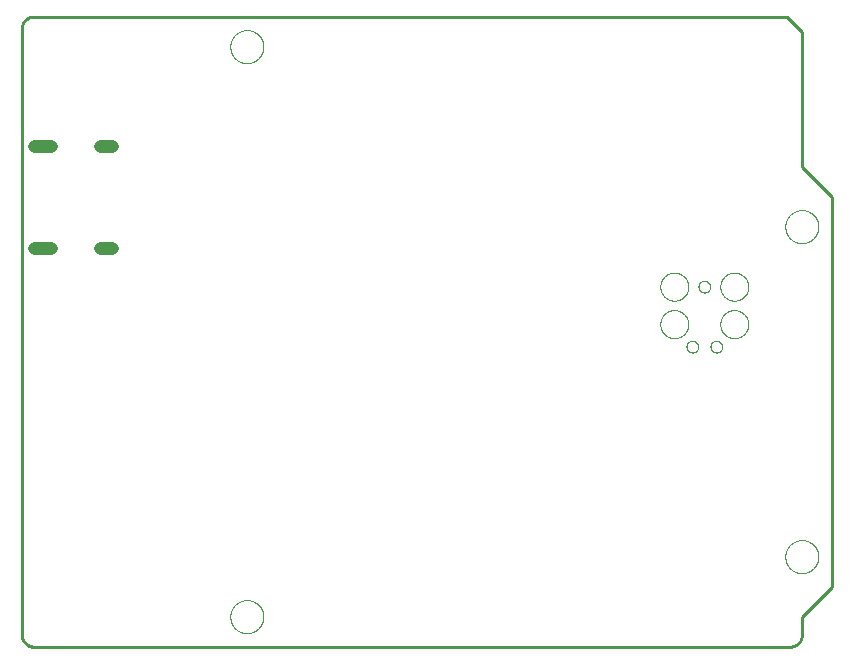
<source format=gbp>
G75*
%MOIN*%
%OFA0B0*%
%FSLAX25Y25*%
%IPPOS*%
%LPD*%
%AMOC8*
5,1,8,0,0,1.08239X$1,22.5*
%
%ADD10C,0.01000*%
%ADD11C,0.00000*%
%ADD12C,0.04331*%
D10*
X0008793Y0007187D02*
X0008793Y0209313D01*
X0008795Y0209437D01*
X0008801Y0209560D01*
X0008810Y0209684D01*
X0008824Y0209806D01*
X0008841Y0209929D01*
X0008863Y0210051D01*
X0008888Y0210172D01*
X0008917Y0210292D01*
X0008949Y0210411D01*
X0008986Y0210530D01*
X0009026Y0210647D01*
X0009069Y0210762D01*
X0009117Y0210877D01*
X0009168Y0210989D01*
X0009222Y0211100D01*
X0009280Y0211210D01*
X0009341Y0211317D01*
X0009406Y0211423D01*
X0009474Y0211526D01*
X0009545Y0211627D01*
X0009619Y0211726D01*
X0009696Y0211823D01*
X0009777Y0211917D01*
X0009860Y0212008D01*
X0009946Y0212097D01*
X0010035Y0212183D01*
X0010126Y0212266D01*
X0010220Y0212347D01*
X0010317Y0212424D01*
X0010416Y0212498D01*
X0010517Y0212569D01*
X0010620Y0212637D01*
X0010726Y0212702D01*
X0010833Y0212763D01*
X0010943Y0212821D01*
X0011054Y0212875D01*
X0011166Y0212926D01*
X0011281Y0212974D01*
X0011396Y0213017D01*
X0011513Y0213057D01*
X0011632Y0213094D01*
X0011751Y0213126D01*
X0011871Y0213155D01*
X0011992Y0213180D01*
X0012114Y0213202D01*
X0012237Y0213219D01*
X0012359Y0213233D01*
X0012483Y0213242D01*
X0012606Y0213248D01*
X0012730Y0213250D01*
X0263793Y0213250D01*
X0268793Y0208250D01*
X0268793Y0163250D01*
X0278793Y0153250D01*
X0278793Y0023250D01*
X0268793Y0013250D01*
X0268793Y0007187D01*
X0268791Y0007063D01*
X0268785Y0006940D01*
X0268776Y0006816D01*
X0268762Y0006694D01*
X0268745Y0006571D01*
X0268723Y0006449D01*
X0268698Y0006328D01*
X0268669Y0006208D01*
X0268637Y0006089D01*
X0268600Y0005970D01*
X0268560Y0005853D01*
X0268517Y0005738D01*
X0268469Y0005623D01*
X0268418Y0005511D01*
X0268364Y0005400D01*
X0268306Y0005290D01*
X0268245Y0005183D01*
X0268180Y0005077D01*
X0268112Y0004974D01*
X0268041Y0004873D01*
X0267967Y0004774D01*
X0267890Y0004677D01*
X0267809Y0004583D01*
X0267726Y0004492D01*
X0267640Y0004403D01*
X0267551Y0004317D01*
X0267460Y0004234D01*
X0267366Y0004153D01*
X0267269Y0004076D01*
X0267170Y0004002D01*
X0267069Y0003931D01*
X0266966Y0003863D01*
X0266860Y0003798D01*
X0266753Y0003737D01*
X0266643Y0003679D01*
X0266532Y0003625D01*
X0266420Y0003574D01*
X0266305Y0003526D01*
X0266190Y0003483D01*
X0266073Y0003443D01*
X0265954Y0003406D01*
X0265835Y0003374D01*
X0265715Y0003345D01*
X0265594Y0003320D01*
X0265472Y0003298D01*
X0265349Y0003281D01*
X0265227Y0003267D01*
X0265103Y0003258D01*
X0264980Y0003252D01*
X0264856Y0003250D01*
X0012730Y0003250D01*
X0012606Y0003252D01*
X0012483Y0003258D01*
X0012359Y0003267D01*
X0012237Y0003281D01*
X0012114Y0003298D01*
X0011992Y0003320D01*
X0011871Y0003345D01*
X0011751Y0003374D01*
X0011632Y0003406D01*
X0011513Y0003443D01*
X0011396Y0003483D01*
X0011281Y0003526D01*
X0011166Y0003574D01*
X0011054Y0003625D01*
X0010943Y0003679D01*
X0010833Y0003737D01*
X0010726Y0003798D01*
X0010620Y0003863D01*
X0010517Y0003931D01*
X0010416Y0004002D01*
X0010317Y0004076D01*
X0010220Y0004153D01*
X0010126Y0004234D01*
X0010035Y0004317D01*
X0009946Y0004403D01*
X0009860Y0004492D01*
X0009777Y0004583D01*
X0009696Y0004677D01*
X0009619Y0004774D01*
X0009545Y0004873D01*
X0009474Y0004974D01*
X0009406Y0005077D01*
X0009341Y0005183D01*
X0009280Y0005290D01*
X0009222Y0005400D01*
X0009168Y0005511D01*
X0009117Y0005623D01*
X0009069Y0005738D01*
X0009026Y0005853D01*
X0008986Y0005970D01*
X0008949Y0006089D01*
X0008917Y0006208D01*
X0008888Y0006328D01*
X0008863Y0006449D01*
X0008841Y0006571D01*
X0008824Y0006694D01*
X0008810Y0006816D01*
X0008801Y0006940D01*
X0008795Y0007063D01*
X0008793Y0007187D01*
D11*
X0078281Y0013250D02*
X0078283Y0013398D01*
X0078289Y0013546D01*
X0078299Y0013694D01*
X0078313Y0013841D01*
X0078331Y0013988D01*
X0078352Y0014134D01*
X0078378Y0014280D01*
X0078408Y0014425D01*
X0078441Y0014569D01*
X0078479Y0014712D01*
X0078520Y0014854D01*
X0078565Y0014995D01*
X0078613Y0015135D01*
X0078666Y0015274D01*
X0078722Y0015411D01*
X0078782Y0015546D01*
X0078845Y0015680D01*
X0078912Y0015812D01*
X0078983Y0015942D01*
X0079057Y0016070D01*
X0079134Y0016196D01*
X0079215Y0016320D01*
X0079299Y0016442D01*
X0079386Y0016561D01*
X0079477Y0016678D01*
X0079571Y0016793D01*
X0079667Y0016905D01*
X0079767Y0017015D01*
X0079869Y0017121D01*
X0079975Y0017225D01*
X0080083Y0017326D01*
X0080194Y0017424D01*
X0080307Y0017520D01*
X0080423Y0017612D01*
X0080541Y0017701D01*
X0080662Y0017786D01*
X0080785Y0017869D01*
X0080910Y0017948D01*
X0081037Y0018024D01*
X0081166Y0018096D01*
X0081297Y0018165D01*
X0081430Y0018230D01*
X0081565Y0018291D01*
X0081701Y0018349D01*
X0081838Y0018404D01*
X0081977Y0018454D01*
X0082118Y0018501D01*
X0082259Y0018544D01*
X0082402Y0018584D01*
X0082546Y0018619D01*
X0082690Y0018651D01*
X0082836Y0018678D01*
X0082982Y0018702D01*
X0083129Y0018722D01*
X0083276Y0018738D01*
X0083423Y0018750D01*
X0083571Y0018758D01*
X0083719Y0018762D01*
X0083867Y0018762D01*
X0084015Y0018758D01*
X0084163Y0018750D01*
X0084310Y0018738D01*
X0084457Y0018722D01*
X0084604Y0018702D01*
X0084750Y0018678D01*
X0084896Y0018651D01*
X0085040Y0018619D01*
X0085184Y0018584D01*
X0085327Y0018544D01*
X0085468Y0018501D01*
X0085609Y0018454D01*
X0085748Y0018404D01*
X0085885Y0018349D01*
X0086021Y0018291D01*
X0086156Y0018230D01*
X0086289Y0018165D01*
X0086420Y0018096D01*
X0086549Y0018024D01*
X0086676Y0017948D01*
X0086801Y0017869D01*
X0086924Y0017786D01*
X0087045Y0017701D01*
X0087163Y0017612D01*
X0087279Y0017520D01*
X0087392Y0017424D01*
X0087503Y0017326D01*
X0087611Y0017225D01*
X0087717Y0017121D01*
X0087819Y0017015D01*
X0087919Y0016905D01*
X0088015Y0016793D01*
X0088109Y0016678D01*
X0088200Y0016561D01*
X0088287Y0016442D01*
X0088371Y0016320D01*
X0088452Y0016196D01*
X0088529Y0016070D01*
X0088603Y0015942D01*
X0088674Y0015812D01*
X0088741Y0015680D01*
X0088804Y0015546D01*
X0088864Y0015411D01*
X0088920Y0015274D01*
X0088973Y0015135D01*
X0089021Y0014995D01*
X0089066Y0014854D01*
X0089107Y0014712D01*
X0089145Y0014569D01*
X0089178Y0014425D01*
X0089208Y0014280D01*
X0089234Y0014134D01*
X0089255Y0013988D01*
X0089273Y0013841D01*
X0089287Y0013694D01*
X0089297Y0013546D01*
X0089303Y0013398D01*
X0089305Y0013250D01*
X0089303Y0013102D01*
X0089297Y0012954D01*
X0089287Y0012806D01*
X0089273Y0012659D01*
X0089255Y0012512D01*
X0089234Y0012366D01*
X0089208Y0012220D01*
X0089178Y0012075D01*
X0089145Y0011931D01*
X0089107Y0011788D01*
X0089066Y0011646D01*
X0089021Y0011505D01*
X0088973Y0011365D01*
X0088920Y0011226D01*
X0088864Y0011089D01*
X0088804Y0010954D01*
X0088741Y0010820D01*
X0088674Y0010688D01*
X0088603Y0010558D01*
X0088529Y0010430D01*
X0088452Y0010304D01*
X0088371Y0010180D01*
X0088287Y0010058D01*
X0088200Y0009939D01*
X0088109Y0009822D01*
X0088015Y0009707D01*
X0087919Y0009595D01*
X0087819Y0009485D01*
X0087717Y0009379D01*
X0087611Y0009275D01*
X0087503Y0009174D01*
X0087392Y0009076D01*
X0087279Y0008980D01*
X0087163Y0008888D01*
X0087045Y0008799D01*
X0086924Y0008714D01*
X0086801Y0008631D01*
X0086676Y0008552D01*
X0086549Y0008476D01*
X0086420Y0008404D01*
X0086289Y0008335D01*
X0086156Y0008270D01*
X0086021Y0008209D01*
X0085885Y0008151D01*
X0085748Y0008096D01*
X0085609Y0008046D01*
X0085468Y0007999D01*
X0085327Y0007956D01*
X0085184Y0007916D01*
X0085040Y0007881D01*
X0084896Y0007849D01*
X0084750Y0007822D01*
X0084604Y0007798D01*
X0084457Y0007778D01*
X0084310Y0007762D01*
X0084163Y0007750D01*
X0084015Y0007742D01*
X0083867Y0007738D01*
X0083719Y0007738D01*
X0083571Y0007742D01*
X0083423Y0007750D01*
X0083276Y0007762D01*
X0083129Y0007778D01*
X0082982Y0007798D01*
X0082836Y0007822D01*
X0082690Y0007849D01*
X0082546Y0007881D01*
X0082402Y0007916D01*
X0082259Y0007956D01*
X0082118Y0007999D01*
X0081977Y0008046D01*
X0081838Y0008096D01*
X0081701Y0008151D01*
X0081565Y0008209D01*
X0081430Y0008270D01*
X0081297Y0008335D01*
X0081166Y0008404D01*
X0081037Y0008476D01*
X0080910Y0008552D01*
X0080785Y0008631D01*
X0080662Y0008714D01*
X0080541Y0008799D01*
X0080423Y0008888D01*
X0080307Y0008980D01*
X0080194Y0009076D01*
X0080083Y0009174D01*
X0079975Y0009275D01*
X0079869Y0009379D01*
X0079767Y0009485D01*
X0079667Y0009595D01*
X0079571Y0009707D01*
X0079477Y0009822D01*
X0079386Y0009939D01*
X0079299Y0010058D01*
X0079215Y0010180D01*
X0079134Y0010304D01*
X0079057Y0010430D01*
X0078983Y0010558D01*
X0078912Y0010688D01*
X0078845Y0010820D01*
X0078782Y0010954D01*
X0078722Y0011089D01*
X0078666Y0011226D01*
X0078613Y0011365D01*
X0078565Y0011505D01*
X0078520Y0011646D01*
X0078479Y0011788D01*
X0078441Y0011931D01*
X0078408Y0012075D01*
X0078378Y0012220D01*
X0078352Y0012366D01*
X0078331Y0012512D01*
X0078313Y0012659D01*
X0078299Y0012806D01*
X0078289Y0012954D01*
X0078283Y0013102D01*
X0078281Y0013250D01*
X0221618Y0110750D02*
X0221620Y0110887D01*
X0221626Y0111023D01*
X0221636Y0111159D01*
X0221650Y0111295D01*
X0221668Y0111431D01*
X0221690Y0111566D01*
X0221715Y0111700D01*
X0221745Y0111833D01*
X0221779Y0111965D01*
X0221816Y0112097D01*
X0221857Y0112227D01*
X0221903Y0112356D01*
X0221951Y0112484D01*
X0222004Y0112610D01*
X0222060Y0112734D01*
X0222120Y0112857D01*
X0222183Y0112978D01*
X0222250Y0113097D01*
X0222320Y0113214D01*
X0222394Y0113330D01*
X0222471Y0113442D01*
X0222551Y0113553D01*
X0222635Y0113661D01*
X0222722Y0113767D01*
X0222811Y0113870D01*
X0222904Y0113970D01*
X0222999Y0114068D01*
X0223098Y0114163D01*
X0223199Y0114255D01*
X0223303Y0114343D01*
X0223409Y0114429D01*
X0223518Y0114512D01*
X0223629Y0114591D01*
X0223742Y0114668D01*
X0223858Y0114741D01*
X0223975Y0114810D01*
X0224095Y0114876D01*
X0224216Y0114938D01*
X0224340Y0114997D01*
X0224465Y0115053D01*
X0224591Y0115104D01*
X0224719Y0115152D01*
X0224848Y0115196D01*
X0224979Y0115237D01*
X0225111Y0115273D01*
X0225243Y0115306D01*
X0225377Y0115334D01*
X0225511Y0115359D01*
X0225646Y0115380D01*
X0225782Y0115397D01*
X0225918Y0115410D01*
X0226054Y0115419D01*
X0226191Y0115424D01*
X0226327Y0115425D01*
X0226464Y0115422D01*
X0226600Y0115415D01*
X0226736Y0115404D01*
X0226872Y0115389D01*
X0227007Y0115370D01*
X0227142Y0115347D01*
X0227276Y0115320D01*
X0227409Y0115290D01*
X0227541Y0115255D01*
X0227673Y0115217D01*
X0227802Y0115175D01*
X0227931Y0115129D01*
X0228058Y0115079D01*
X0228184Y0115025D01*
X0228308Y0114968D01*
X0228431Y0114908D01*
X0228551Y0114843D01*
X0228670Y0114776D01*
X0228786Y0114705D01*
X0228901Y0114630D01*
X0229013Y0114552D01*
X0229123Y0114471D01*
X0229231Y0114387D01*
X0229336Y0114299D01*
X0229438Y0114209D01*
X0229538Y0114116D01*
X0229635Y0114019D01*
X0229729Y0113920D01*
X0229820Y0113819D01*
X0229908Y0113714D01*
X0229993Y0113607D01*
X0230075Y0113498D01*
X0230154Y0113386D01*
X0230229Y0113272D01*
X0230301Y0113156D01*
X0230370Y0113038D01*
X0230435Y0112918D01*
X0230497Y0112796D01*
X0230555Y0112672D01*
X0230609Y0112547D01*
X0230660Y0112420D01*
X0230706Y0112292D01*
X0230750Y0112162D01*
X0230789Y0112031D01*
X0230825Y0111899D01*
X0230856Y0111766D01*
X0230884Y0111633D01*
X0230908Y0111498D01*
X0230928Y0111363D01*
X0230944Y0111227D01*
X0230956Y0111091D01*
X0230964Y0110955D01*
X0230968Y0110818D01*
X0230968Y0110682D01*
X0230964Y0110545D01*
X0230956Y0110409D01*
X0230944Y0110273D01*
X0230928Y0110137D01*
X0230908Y0110002D01*
X0230884Y0109867D01*
X0230856Y0109734D01*
X0230825Y0109601D01*
X0230789Y0109469D01*
X0230750Y0109338D01*
X0230706Y0109208D01*
X0230660Y0109080D01*
X0230609Y0108953D01*
X0230555Y0108828D01*
X0230497Y0108704D01*
X0230435Y0108582D01*
X0230370Y0108462D01*
X0230301Y0108344D01*
X0230229Y0108228D01*
X0230154Y0108114D01*
X0230075Y0108002D01*
X0229993Y0107893D01*
X0229908Y0107786D01*
X0229820Y0107681D01*
X0229729Y0107580D01*
X0229635Y0107481D01*
X0229538Y0107384D01*
X0229438Y0107291D01*
X0229336Y0107201D01*
X0229231Y0107113D01*
X0229123Y0107029D01*
X0229013Y0106948D01*
X0228901Y0106870D01*
X0228786Y0106795D01*
X0228670Y0106724D01*
X0228551Y0106657D01*
X0228431Y0106592D01*
X0228308Y0106532D01*
X0228184Y0106475D01*
X0228058Y0106421D01*
X0227931Y0106371D01*
X0227802Y0106325D01*
X0227673Y0106283D01*
X0227541Y0106245D01*
X0227409Y0106210D01*
X0227276Y0106180D01*
X0227142Y0106153D01*
X0227007Y0106130D01*
X0226872Y0106111D01*
X0226736Y0106096D01*
X0226600Y0106085D01*
X0226464Y0106078D01*
X0226327Y0106075D01*
X0226191Y0106076D01*
X0226054Y0106081D01*
X0225918Y0106090D01*
X0225782Y0106103D01*
X0225646Y0106120D01*
X0225511Y0106141D01*
X0225377Y0106166D01*
X0225243Y0106194D01*
X0225111Y0106227D01*
X0224979Y0106263D01*
X0224848Y0106304D01*
X0224719Y0106348D01*
X0224591Y0106396D01*
X0224465Y0106447D01*
X0224340Y0106503D01*
X0224216Y0106562D01*
X0224095Y0106624D01*
X0223975Y0106690D01*
X0223858Y0106759D01*
X0223742Y0106832D01*
X0223629Y0106909D01*
X0223518Y0106988D01*
X0223409Y0107071D01*
X0223303Y0107157D01*
X0223199Y0107245D01*
X0223098Y0107337D01*
X0222999Y0107432D01*
X0222904Y0107530D01*
X0222811Y0107630D01*
X0222722Y0107733D01*
X0222635Y0107839D01*
X0222551Y0107947D01*
X0222471Y0108058D01*
X0222394Y0108170D01*
X0222320Y0108286D01*
X0222250Y0108403D01*
X0222183Y0108522D01*
X0222120Y0108643D01*
X0222060Y0108766D01*
X0222004Y0108890D01*
X0221951Y0109016D01*
X0221903Y0109144D01*
X0221857Y0109273D01*
X0221816Y0109403D01*
X0221779Y0109535D01*
X0221745Y0109667D01*
X0221715Y0109800D01*
X0221690Y0109934D01*
X0221668Y0110069D01*
X0221650Y0110205D01*
X0221636Y0110341D01*
X0221626Y0110477D01*
X0221620Y0110613D01*
X0221618Y0110750D01*
X0230343Y0103250D02*
X0230345Y0103338D01*
X0230351Y0103426D01*
X0230361Y0103514D01*
X0230375Y0103601D01*
X0230393Y0103687D01*
X0230414Y0103772D01*
X0230440Y0103857D01*
X0230469Y0103940D01*
X0230502Y0104022D01*
X0230539Y0104102D01*
X0230579Y0104180D01*
X0230623Y0104257D01*
X0230670Y0104331D01*
X0230721Y0104403D01*
X0230774Y0104473D01*
X0230831Y0104541D01*
X0230891Y0104605D01*
X0230954Y0104667D01*
X0231019Y0104726D01*
X0231087Y0104782D01*
X0231158Y0104835D01*
X0231230Y0104885D01*
X0231305Y0104931D01*
X0231382Y0104974D01*
X0231461Y0105014D01*
X0231542Y0105049D01*
X0231624Y0105082D01*
X0231707Y0105110D01*
X0231792Y0105135D01*
X0231878Y0105155D01*
X0231964Y0105172D01*
X0232051Y0105185D01*
X0232139Y0105194D01*
X0232227Y0105199D01*
X0232315Y0105200D01*
X0232403Y0105197D01*
X0232491Y0105190D01*
X0232578Y0105179D01*
X0232665Y0105164D01*
X0232751Y0105145D01*
X0232837Y0105123D01*
X0232921Y0105096D01*
X0233003Y0105066D01*
X0233085Y0105032D01*
X0233165Y0104994D01*
X0233242Y0104953D01*
X0233318Y0104909D01*
X0233392Y0104861D01*
X0233464Y0104809D01*
X0233533Y0104755D01*
X0233600Y0104697D01*
X0233664Y0104637D01*
X0233725Y0104573D01*
X0233784Y0104507D01*
X0233839Y0104439D01*
X0233891Y0104367D01*
X0233940Y0104294D01*
X0233985Y0104219D01*
X0234027Y0104141D01*
X0234066Y0104062D01*
X0234101Y0103981D01*
X0234132Y0103898D01*
X0234159Y0103815D01*
X0234183Y0103730D01*
X0234203Y0103644D01*
X0234219Y0103557D01*
X0234231Y0103470D01*
X0234239Y0103382D01*
X0234243Y0103294D01*
X0234243Y0103206D01*
X0234239Y0103118D01*
X0234231Y0103030D01*
X0234219Y0102943D01*
X0234203Y0102856D01*
X0234183Y0102770D01*
X0234159Y0102685D01*
X0234132Y0102602D01*
X0234101Y0102519D01*
X0234066Y0102438D01*
X0234027Y0102359D01*
X0233985Y0102281D01*
X0233940Y0102206D01*
X0233891Y0102133D01*
X0233839Y0102061D01*
X0233784Y0101993D01*
X0233725Y0101927D01*
X0233664Y0101863D01*
X0233600Y0101803D01*
X0233533Y0101745D01*
X0233464Y0101691D01*
X0233392Y0101639D01*
X0233318Y0101591D01*
X0233242Y0101547D01*
X0233165Y0101506D01*
X0233085Y0101468D01*
X0233003Y0101434D01*
X0232921Y0101404D01*
X0232837Y0101377D01*
X0232751Y0101355D01*
X0232665Y0101336D01*
X0232578Y0101321D01*
X0232491Y0101310D01*
X0232403Y0101303D01*
X0232315Y0101300D01*
X0232227Y0101301D01*
X0232139Y0101306D01*
X0232051Y0101315D01*
X0231964Y0101328D01*
X0231878Y0101345D01*
X0231792Y0101365D01*
X0231707Y0101390D01*
X0231624Y0101418D01*
X0231542Y0101451D01*
X0231461Y0101486D01*
X0231382Y0101526D01*
X0231305Y0101569D01*
X0231230Y0101615D01*
X0231158Y0101665D01*
X0231087Y0101718D01*
X0231019Y0101774D01*
X0230954Y0101833D01*
X0230891Y0101895D01*
X0230831Y0101959D01*
X0230774Y0102027D01*
X0230721Y0102097D01*
X0230670Y0102169D01*
X0230623Y0102243D01*
X0230579Y0102320D01*
X0230539Y0102398D01*
X0230502Y0102478D01*
X0230469Y0102560D01*
X0230440Y0102643D01*
X0230414Y0102728D01*
X0230393Y0102813D01*
X0230375Y0102899D01*
X0230361Y0102986D01*
X0230351Y0103074D01*
X0230345Y0103162D01*
X0230343Y0103250D01*
X0238343Y0103250D02*
X0238345Y0103338D01*
X0238351Y0103426D01*
X0238361Y0103514D01*
X0238375Y0103601D01*
X0238393Y0103687D01*
X0238414Y0103772D01*
X0238440Y0103857D01*
X0238469Y0103940D01*
X0238502Y0104022D01*
X0238539Y0104102D01*
X0238579Y0104180D01*
X0238623Y0104257D01*
X0238670Y0104331D01*
X0238721Y0104403D01*
X0238774Y0104473D01*
X0238831Y0104541D01*
X0238891Y0104605D01*
X0238954Y0104667D01*
X0239019Y0104726D01*
X0239087Y0104782D01*
X0239158Y0104835D01*
X0239230Y0104885D01*
X0239305Y0104931D01*
X0239382Y0104974D01*
X0239461Y0105014D01*
X0239542Y0105049D01*
X0239624Y0105082D01*
X0239707Y0105110D01*
X0239792Y0105135D01*
X0239878Y0105155D01*
X0239964Y0105172D01*
X0240051Y0105185D01*
X0240139Y0105194D01*
X0240227Y0105199D01*
X0240315Y0105200D01*
X0240403Y0105197D01*
X0240491Y0105190D01*
X0240578Y0105179D01*
X0240665Y0105164D01*
X0240751Y0105145D01*
X0240837Y0105123D01*
X0240921Y0105096D01*
X0241003Y0105066D01*
X0241085Y0105032D01*
X0241165Y0104994D01*
X0241242Y0104953D01*
X0241318Y0104909D01*
X0241392Y0104861D01*
X0241464Y0104809D01*
X0241533Y0104755D01*
X0241600Y0104697D01*
X0241664Y0104637D01*
X0241725Y0104573D01*
X0241784Y0104507D01*
X0241839Y0104439D01*
X0241891Y0104367D01*
X0241940Y0104294D01*
X0241985Y0104219D01*
X0242027Y0104141D01*
X0242066Y0104062D01*
X0242101Y0103981D01*
X0242132Y0103898D01*
X0242159Y0103815D01*
X0242183Y0103730D01*
X0242203Y0103644D01*
X0242219Y0103557D01*
X0242231Y0103470D01*
X0242239Y0103382D01*
X0242243Y0103294D01*
X0242243Y0103206D01*
X0242239Y0103118D01*
X0242231Y0103030D01*
X0242219Y0102943D01*
X0242203Y0102856D01*
X0242183Y0102770D01*
X0242159Y0102685D01*
X0242132Y0102602D01*
X0242101Y0102519D01*
X0242066Y0102438D01*
X0242027Y0102359D01*
X0241985Y0102281D01*
X0241940Y0102206D01*
X0241891Y0102133D01*
X0241839Y0102061D01*
X0241784Y0101993D01*
X0241725Y0101927D01*
X0241664Y0101863D01*
X0241600Y0101803D01*
X0241533Y0101745D01*
X0241464Y0101691D01*
X0241392Y0101639D01*
X0241318Y0101591D01*
X0241242Y0101547D01*
X0241165Y0101506D01*
X0241085Y0101468D01*
X0241003Y0101434D01*
X0240921Y0101404D01*
X0240837Y0101377D01*
X0240751Y0101355D01*
X0240665Y0101336D01*
X0240578Y0101321D01*
X0240491Y0101310D01*
X0240403Y0101303D01*
X0240315Y0101300D01*
X0240227Y0101301D01*
X0240139Y0101306D01*
X0240051Y0101315D01*
X0239964Y0101328D01*
X0239878Y0101345D01*
X0239792Y0101365D01*
X0239707Y0101390D01*
X0239624Y0101418D01*
X0239542Y0101451D01*
X0239461Y0101486D01*
X0239382Y0101526D01*
X0239305Y0101569D01*
X0239230Y0101615D01*
X0239158Y0101665D01*
X0239087Y0101718D01*
X0239019Y0101774D01*
X0238954Y0101833D01*
X0238891Y0101895D01*
X0238831Y0101959D01*
X0238774Y0102027D01*
X0238721Y0102097D01*
X0238670Y0102169D01*
X0238623Y0102243D01*
X0238579Y0102320D01*
X0238539Y0102398D01*
X0238502Y0102478D01*
X0238469Y0102560D01*
X0238440Y0102643D01*
X0238414Y0102728D01*
X0238393Y0102813D01*
X0238375Y0102899D01*
X0238361Y0102986D01*
X0238351Y0103074D01*
X0238345Y0103162D01*
X0238343Y0103250D01*
X0241618Y0110750D02*
X0241620Y0110887D01*
X0241626Y0111023D01*
X0241636Y0111159D01*
X0241650Y0111295D01*
X0241668Y0111431D01*
X0241690Y0111566D01*
X0241715Y0111700D01*
X0241745Y0111833D01*
X0241779Y0111965D01*
X0241816Y0112097D01*
X0241857Y0112227D01*
X0241903Y0112356D01*
X0241951Y0112484D01*
X0242004Y0112610D01*
X0242060Y0112734D01*
X0242120Y0112857D01*
X0242183Y0112978D01*
X0242250Y0113097D01*
X0242320Y0113214D01*
X0242394Y0113330D01*
X0242471Y0113442D01*
X0242551Y0113553D01*
X0242635Y0113661D01*
X0242722Y0113767D01*
X0242811Y0113870D01*
X0242904Y0113970D01*
X0242999Y0114068D01*
X0243098Y0114163D01*
X0243199Y0114255D01*
X0243303Y0114343D01*
X0243409Y0114429D01*
X0243518Y0114512D01*
X0243629Y0114591D01*
X0243742Y0114668D01*
X0243858Y0114741D01*
X0243975Y0114810D01*
X0244095Y0114876D01*
X0244216Y0114938D01*
X0244340Y0114997D01*
X0244465Y0115053D01*
X0244591Y0115104D01*
X0244719Y0115152D01*
X0244848Y0115196D01*
X0244979Y0115237D01*
X0245111Y0115273D01*
X0245243Y0115306D01*
X0245377Y0115334D01*
X0245511Y0115359D01*
X0245646Y0115380D01*
X0245782Y0115397D01*
X0245918Y0115410D01*
X0246054Y0115419D01*
X0246191Y0115424D01*
X0246327Y0115425D01*
X0246464Y0115422D01*
X0246600Y0115415D01*
X0246736Y0115404D01*
X0246872Y0115389D01*
X0247007Y0115370D01*
X0247142Y0115347D01*
X0247276Y0115320D01*
X0247409Y0115290D01*
X0247541Y0115255D01*
X0247673Y0115217D01*
X0247802Y0115175D01*
X0247931Y0115129D01*
X0248058Y0115079D01*
X0248184Y0115025D01*
X0248308Y0114968D01*
X0248431Y0114908D01*
X0248551Y0114843D01*
X0248670Y0114776D01*
X0248786Y0114705D01*
X0248901Y0114630D01*
X0249013Y0114552D01*
X0249123Y0114471D01*
X0249231Y0114387D01*
X0249336Y0114299D01*
X0249438Y0114209D01*
X0249538Y0114116D01*
X0249635Y0114019D01*
X0249729Y0113920D01*
X0249820Y0113819D01*
X0249908Y0113714D01*
X0249993Y0113607D01*
X0250075Y0113498D01*
X0250154Y0113386D01*
X0250229Y0113272D01*
X0250301Y0113156D01*
X0250370Y0113038D01*
X0250435Y0112918D01*
X0250497Y0112796D01*
X0250555Y0112672D01*
X0250609Y0112547D01*
X0250660Y0112420D01*
X0250706Y0112292D01*
X0250750Y0112162D01*
X0250789Y0112031D01*
X0250825Y0111899D01*
X0250856Y0111766D01*
X0250884Y0111633D01*
X0250908Y0111498D01*
X0250928Y0111363D01*
X0250944Y0111227D01*
X0250956Y0111091D01*
X0250964Y0110955D01*
X0250968Y0110818D01*
X0250968Y0110682D01*
X0250964Y0110545D01*
X0250956Y0110409D01*
X0250944Y0110273D01*
X0250928Y0110137D01*
X0250908Y0110002D01*
X0250884Y0109867D01*
X0250856Y0109734D01*
X0250825Y0109601D01*
X0250789Y0109469D01*
X0250750Y0109338D01*
X0250706Y0109208D01*
X0250660Y0109080D01*
X0250609Y0108953D01*
X0250555Y0108828D01*
X0250497Y0108704D01*
X0250435Y0108582D01*
X0250370Y0108462D01*
X0250301Y0108344D01*
X0250229Y0108228D01*
X0250154Y0108114D01*
X0250075Y0108002D01*
X0249993Y0107893D01*
X0249908Y0107786D01*
X0249820Y0107681D01*
X0249729Y0107580D01*
X0249635Y0107481D01*
X0249538Y0107384D01*
X0249438Y0107291D01*
X0249336Y0107201D01*
X0249231Y0107113D01*
X0249123Y0107029D01*
X0249013Y0106948D01*
X0248901Y0106870D01*
X0248786Y0106795D01*
X0248670Y0106724D01*
X0248551Y0106657D01*
X0248431Y0106592D01*
X0248308Y0106532D01*
X0248184Y0106475D01*
X0248058Y0106421D01*
X0247931Y0106371D01*
X0247802Y0106325D01*
X0247673Y0106283D01*
X0247541Y0106245D01*
X0247409Y0106210D01*
X0247276Y0106180D01*
X0247142Y0106153D01*
X0247007Y0106130D01*
X0246872Y0106111D01*
X0246736Y0106096D01*
X0246600Y0106085D01*
X0246464Y0106078D01*
X0246327Y0106075D01*
X0246191Y0106076D01*
X0246054Y0106081D01*
X0245918Y0106090D01*
X0245782Y0106103D01*
X0245646Y0106120D01*
X0245511Y0106141D01*
X0245377Y0106166D01*
X0245243Y0106194D01*
X0245111Y0106227D01*
X0244979Y0106263D01*
X0244848Y0106304D01*
X0244719Y0106348D01*
X0244591Y0106396D01*
X0244465Y0106447D01*
X0244340Y0106503D01*
X0244216Y0106562D01*
X0244095Y0106624D01*
X0243975Y0106690D01*
X0243858Y0106759D01*
X0243742Y0106832D01*
X0243629Y0106909D01*
X0243518Y0106988D01*
X0243409Y0107071D01*
X0243303Y0107157D01*
X0243199Y0107245D01*
X0243098Y0107337D01*
X0242999Y0107432D01*
X0242904Y0107530D01*
X0242811Y0107630D01*
X0242722Y0107733D01*
X0242635Y0107839D01*
X0242551Y0107947D01*
X0242471Y0108058D01*
X0242394Y0108170D01*
X0242320Y0108286D01*
X0242250Y0108403D01*
X0242183Y0108522D01*
X0242120Y0108643D01*
X0242060Y0108766D01*
X0242004Y0108890D01*
X0241951Y0109016D01*
X0241903Y0109144D01*
X0241857Y0109273D01*
X0241816Y0109403D01*
X0241779Y0109535D01*
X0241745Y0109667D01*
X0241715Y0109800D01*
X0241690Y0109934D01*
X0241668Y0110069D01*
X0241650Y0110205D01*
X0241636Y0110341D01*
X0241626Y0110477D01*
X0241620Y0110613D01*
X0241618Y0110750D01*
X0241618Y0123250D02*
X0241620Y0123387D01*
X0241626Y0123523D01*
X0241636Y0123659D01*
X0241650Y0123795D01*
X0241668Y0123931D01*
X0241690Y0124066D01*
X0241715Y0124200D01*
X0241745Y0124333D01*
X0241779Y0124465D01*
X0241816Y0124597D01*
X0241857Y0124727D01*
X0241903Y0124856D01*
X0241951Y0124984D01*
X0242004Y0125110D01*
X0242060Y0125234D01*
X0242120Y0125357D01*
X0242183Y0125478D01*
X0242250Y0125597D01*
X0242320Y0125714D01*
X0242394Y0125830D01*
X0242471Y0125942D01*
X0242551Y0126053D01*
X0242635Y0126161D01*
X0242722Y0126267D01*
X0242811Y0126370D01*
X0242904Y0126470D01*
X0242999Y0126568D01*
X0243098Y0126663D01*
X0243199Y0126755D01*
X0243303Y0126843D01*
X0243409Y0126929D01*
X0243518Y0127012D01*
X0243629Y0127091D01*
X0243742Y0127168D01*
X0243858Y0127241D01*
X0243975Y0127310D01*
X0244095Y0127376D01*
X0244216Y0127438D01*
X0244340Y0127497D01*
X0244465Y0127553D01*
X0244591Y0127604D01*
X0244719Y0127652D01*
X0244848Y0127696D01*
X0244979Y0127737D01*
X0245111Y0127773D01*
X0245243Y0127806D01*
X0245377Y0127834D01*
X0245511Y0127859D01*
X0245646Y0127880D01*
X0245782Y0127897D01*
X0245918Y0127910D01*
X0246054Y0127919D01*
X0246191Y0127924D01*
X0246327Y0127925D01*
X0246464Y0127922D01*
X0246600Y0127915D01*
X0246736Y0127904D01*
X0246872Y0127889D01*
X0247007Y0127870D01*
X0247142Y0127847D01*
X0247276Y0127820D01*
X0247409Y0127790D01*
X0247541Y0127755D01*
X0247673Y0127717D01*
X0247802Y0127675D01*
X0247931Y0127629D01*
X0248058Y0127579D01*
X0248184Y0127525D01*
X0248308Y0127468D01*
X0248431Y0127408D01*
X0248551Y0127343D01*
X0248670Y0127276D01*
X0248786Y0127205D01*
X0248901Y0127130D01*
X0249013Y0127052D01*
X0249123Y0126971D01*
X0249231Y0126887D01*
X0249336Y0126799D01*
X0249438Y0126709D01*
X0249538Y0126616D01*
X0249635Y0126519D01*
X0249729Y0126420D01*
X0249820Y0126319D01*
X0249908Y0126214D01*
X0249993Y0126107D01*
X0250075Y0125998D01*
X0250154Y0125886D01*
X0250229Y0125772D01*
X0250301Y0125656D01*
X0250370Y0125538D01*
X0250435Y0125418D01*
X0250497Y0125296D01*
X0250555Y0125172D01*
X0250609Y0125047D01*
X0250660Y0124920D01*
X0250706Y0124792D01*
X0250750Y0124662D01*
X0250789Y0124531D01*
X0250825Y0124399D01*
X0250856Y0124266D01*
X0250884Y0124133D01*
X0250908Y0123998D01*
X0250928Y0123863D01*
X0250944Y0123727D01*
X0250956Y0123591D01*
X0250964Y0123455D01*
X0250968Y0123318D01*
X0250968Y0123182D01*
X0250964Y0123045D01*
X0250956Y0122909D01*
X0250944Y0122773D01*
X0250928Y0122637D01*
X0250908Y0122502D01*
X0250884Y0122367D01*
X0250856Y0122234D01*
X0250825Y0122101D01*
X0250789Y0121969D01*
X0250750Y0121838D01*
X0250706Y0121708D01*
X0250660Y0121580D01*
X0250609Y0121453D01*
X0250555Y0121328D01*
X0250497Y0121204D01*
X0250435Y0121082D01*
X0250370Y0120962D01*
X0250301Y0120844D01*
X0250229Y0120728D01*
X0250154Y0120614D01*
X0250075Y0120502D01*
X0249993Y0120393D01*
X0249908Y0120286D01*
X0249820Y0120181D01*
X0249729Y0120080D01*
X0249635Y0119981D01*
X0249538Y0119884D01*
X0249438Y0119791D01*
X0249336Y0119701D01*
X0249231Y0119613D01*
X0249123Y0119529D01*
X0249013Y0119448D01*
X0248901Y0119370D01*
X0248786Y0119295D01*
X0248670Y0119224D01*
X0248551Y0119157D01*
X0248431Y0119092D01*
X0248308Y0119032D01*
X0248184Y0118975D01*
X0248058Y0118921D01*
X0247931Y0118871D01*
X0247802Y0118825D01*
X0247673Y0118783D01*
X0247541Y0118745D01*
X0247409Y0118710D01*
X0247276Y0118680D01*
X0247142Y0118653D01*
X0247007Y0118630D01*
X0246872Y0118611D01*
X0246736Y0118596D01*
X0246600Y0118585D01*
X0246464Y0118578D01*
X0246327Y0118575D01*
X0246191Y0118576D01*
X0246054Y0118581D01*
X0245918Y0118590D01*
X0245782Y0118603D01*
X0245646Y0118620D01*
X0245511Y0118641D01*
X0245377Y0118666D01*
X0245243Y0118694D01*
X0245111Y0118727D01*
X0244979Y0118763D01*
X0244848Y0118804D01*
X0244719Y0118848D01*
X0244591Y0118896D01*
X0244465Y0118947D01*
X0244340Y0119003D01*
X0244216Y0119062D01*
X0244095Y0119124D01*
X0243975Y0119190D01*
X0243858Y0119259D01*
X0243742Y0119332D01*
X0243629Y0119409D01*
X0243518Y0119488D01*
X0243409Y0119571D01*
X0243303Y0119657D01*
X0243199Y0119745D01*
X0243098Y0119837D01*
X0242999Y0119932D01*
X0242904Y0120030D01*
X0242811Y0120130D01*
X0242722Y0120233D01*
X0242635Y0120339D01*
X0242551Y0120447D01*
X0242471Y0120558D01*
X0242394Y0120670D01*
X0242320Y0120786D01*
X0242250Y0120903D01*
X0242183Y0121022D01*
X0242120Y0121143D01*
X0242060Y0121266D01*
X0242004Y0121390D01*
X0241951Y0121516D01*
X0241903Y0121644D01*
X0241857Y0121773D01*
X0241816Y0121903D01*
X0241779Y0122035D01*
X0241745Y0122167D01*
X0241715Y0122300D01*
X0241690Y0122434D01*
X0241668Y0122569D01*
X0241650Y0122705D01*
X0241636Y0122841D01*
X0241626Y0122977D01*
X0241620Y0123113D01*
X0241618Y0123250D01*
X0234343Y0123250D02*
X0234345Y0123338D01*
X0234351Y0123426D01*
X0234361Y0123514D01*
X0234375Y0123601D01*
X0234393Y0123687D01*
X0234414Y0123772D01*
X0234440Y0123857D01*
X0234469Y0123940D01*
X0234502Y0124022D01*
X0234539Y0124102D01*
X0234579Y0124180D01*
X0234623Y0124257D01*
X0234670Y0124331D01*
X0234721Y0124403D01*
X0234774Y0124473D01*
X0234831Y0124541D01*
X0234891Y0124605D01*
X0234954Y0124667D01*
X0235019Y0124726D01*
X0235087Y0124782D01*
X0235158Y0124835D01*
X0235230Y0124885D01*
X0235305Y0124931D01*
X0235382Y0124974D01*
X0235461Y0125014D01*
X0235542Y0125049D01*
X0235624Y0125082D01*
X0235707Y0125110D01*
X0235792Y0125135D01*
X0235878Y0125155D01*
X0235964Y0125172D01*
X0236051Y0125185D01*
X0236139Y0125194D01*
X0236227Y0125199D01*
X0236315Y0125200D01*
X0236403Y0125197D01*
X0236491Y0125190D01*
X0236578Y0125179D01*
X0236665Y0125164D01*
X0236751Y0125145D01*
X0236837Y0125123D01*
X0236921Y0125096D01*
X0237003Y0125066D01*
X0237085Y0125032D01*
X0237165Y0124994D01*
X0237242Y0124953D01*
X0237318Y0124909D01*
X0237392Y0124861D01*
X0237464Y0124809D01*
X0237533Y0124755D01*
X0237600Y0124697D01*
X0237664Y0124637D01*
X0237725Y0124573D01*
X0237784Y0124507D01*
X0237839Y0124439D01*
X0237891Y0124367D01*
X0237940Y0124294D01*
X0237985Y0124219D01*
X0238027Y0124141D01*
X0238066Y0124062D01*
X0238101Y0123981D01*
X0238132Y0123898D01*
X0238159Y0123815D01*
X0238183Y0123730D01*
X0238203Y0123644D01*
X0238219Y0123557D01*
X0238231Y0123470D01*
X0238239Y0123382D01*
X0238243Y0123294D01*
X0238243Y0123206D01*
X0238239Y0123118D01*
X0238231Y0123030D01*
X0238219Y0122943D01*
X0238203Y0122856D01*
X0238183Y0122770D01*
X0238159Y0122685D01*
X0238132Y0122602D01*
X0238101Y0122519D01*
X0238066Y0122438D01*
X0238027Y0122359D01*
X0237985Y0122281D01*
X0237940Y0122206D01*
X0237891Y0122133D01*
X0237839Y0122061D01*
X0237784Y0121993D01*
X0237725Y0121927D01*
X0237664Y0121863D01*
X0237600Y0121803D01*
X0237533Y0121745D01*
X0237464Y0121691D01*
X0237392Y0121639D01*
X0237318Y0121591D01*
X0237242Y0121547D01*
X0237165Y0121506D01*
X0237085Y0121468D01*
X0237003Y0121434D01*
X0236921Y0121404D01*
X0236837Y0121377D01*
X0236751Y0121355D01*
X0236665Y0121336D01*
X0236578Y0121321D01*
X0236491Y0121310D01*
X0236403Y0121303D01*
X0236315Y0121300D01*
X0236227Y0121301D01*
X0236139Y0121306D01*
X0236051Y0121315D01*
X0235964Y0121328D01*
X0235878Y0121345D01*
X0235792Y0121365D01*
X0235707Y0121390D01*
X0235624Y0121418D01*
X0235542Y0121451D01*
X0235461Y0121486D01*
X0235382Y0121526D01*
X0235305Y0121569D01*
X0235230Y0121615D01*
X0235158Y0121665D01*
X0235087Y0121718D01*
X0235019Y0121774D01*
X0234954Y0121833D01*
X0234891Y0121895D01*
X0234831Y0121959D01*
X0234774Y0122027D01*
X0234721Y0122097D01*
X0234670Y0122169D01*
X0234623Y0122243D01*
X0234579Y0122320D01*
X0234539Y0122398D01*
X0234502Y0122478D01*
X0234469Y0122560D01*
X0234440Y0122643D01*
X0234414Y0122728D01*
X0234393Y0122813D01*
X0234375Y0122899D01*
X0234361Y0122986D01*
X0234351Y0123074D01*
X0234345Y0123162D01*
X0234343Y0123250D01*
X0221618Y0123250D02*
X0221620Y0123387D01*
X0221626Y0123523D01*
X0221636Y0123659D01*
X0221650Y0123795D01*
X0221668Y0123931D01*
X0221690Y0124066D01*
X0221715Y0124200D01*
X0221745Y0124333D01*
X0221779Y0124465D01*
X0221816Y0124597D01*
X0221857Y0124727D01*
X0221903Y0124856D01*
X0221951Y0124984D01*
X0222004Y0125110D01*
X0222060Y0125234D01*
X0222120Y0125357D01*
X0222183Y0125478D01*
X0222250Y0125597D01*
X0222320Y0125714D01*
X0222394Y0125830D01*
X0222471Y0125942D01*
X0222551Y0126053D01*
X0222635Y0126161D01*
X0222722Y0126267D01*
X0222811Y0126370D01*
X0222904Y0126470D01*
X0222999Y0126568D01*
X0223098Y0126663D01*
X0223199Y0126755D01*
X0223303Y0126843D01*
X0223409Y0126929D01*
X0223518Y0127012D01*
X0223629Y0127091D01*
X0223742Y0127168D01*
X0223858Y0127241D01*
X0223975Y0127310D01*
X0224095Y0127376D01*
X0224216Y0127438D01*
X0224340Y0127497D01*
X0224465Y0127553D01*
X0224591Y0127604D01*
X0224719Y0127652D01*
X0224848Y0127696D01*
X0224979Y0127737D01*
X0225111Y0127773D01*
X0225243Y0127806D01*
X0225377Y0127834D01*
X0225511Y0127859D01*
X0225646Y0127880D01*
X0225782Y0127897D01*
X0225918Y0127910D01*
X0226054Y0127919D01*
X0226191Y0127924D01*
X0226327Y0127925D01*
X0226464Y0127922D01*
X0226600Y0127915D01*
X0226736Y0127904D01*
X0226872Y0127889D01*
X0227007Y0127870D01*
X0227142Y0127847D01*
X0227276Y0127820D01*
X0227409Y0127790D01*
X0227541Y0127755D01*
X0227673Y0127717D01*
X0227802Y0127675D01*
X0227931Y0127629D01*
X0228058Y0127579D01*
X0228184Y0127525D01*
X0228308Y0127468D01*
X0228431Y0127408D01*
X0228551Y0127343D01*
X0228670Y0127276D01*
X0228786Y0127205D01*
X0228901Y0127130D01*
X0229013Y0127052D01*
X0229123Y0126971D01*
X0229231Y0126887D01*
X0229336Y0126799D01*
X0229438Y0126709D01*
X0229538Y0126616D01*
X0229635Y0126519D01*
X0229729Y0126420D01*
X0229820Y0126319D01*
X0229908Y0126214D01*
X0229993Y0126107D01*
X0230075Y0125998D01*
X0230154Y0125886D01*
X0230229Y0125772D01*
X0230301Y0125656D01*
X0230370Y0125538D01*
X0230435Y0125418D01*
X0230497Y0125296D01*
X0230555Y0125172D01*
X0230609Y0125047D01*
X0230660Y0124920D01*
X0230706Y0124792D01*
X0230750Y0124662D01*
X0230789Y0124531D01*
X0230825Y0124399D01*
X0230856Y0124266D01*
X0230884Y0124133D01*
X0230908Y0123998D01*
X0230928Y0123863D01*
X0230944Y0123727D01*
X0230956Y0123591D01*
X0230964Y0123455D01*
X0230968Y0123318D01*
X0230968Y0123182D01*
X0230964Y0123045D01*
X0230956Y0122909D01*
X0230944Y0122773D01*
X0230928Y0122637D01*
X0230908Y0122502D01*
X0230884Y0122367D01*
X0230856Y0122234D01*
X0230825Y0122101D01*
X0230789Y0121969D01*
X0230750Y0121838D01*
X0230706Y0121708D01*
X0230660Y0121580D01*
X0230609Y0121453D01*
X0230555Y0121328D01*
X0230497Y0121204D01*
X0230435Y0121082D01*
X0230370Y0120962D01*
X0230301Y0120844D01*
X0230229Y0120728D01*
X0230154Y0120614D01*
X0230075Y0120502D01*
X0229993Y0120393D01*
X0229908Y0120286D01*
X0229820Y0120181D01*
X0229729Y0120080D01*
X0229635Y0119981D01*
X0229538Y0119884D01*
X0229438Y0119791D01*
X0229336Y0119701D01*
X0229231Y0119613D01*
X0229123Y0119529D01*
X0229013Y0119448D01*
X0228901Y0119370D01*
X0228786Y0119295D01*
X0228670Y0119224D01*
X0228551Y0119157D01*
X0228431Y0119092D01*
X0228308Y0119032D01*
X0228184Y0118975D01*
X0228058Y0118921D01*
X0227931Y0118871D01*
X0227802Y0118825D01*
X0227673Y0118783D01*
X0227541Y0118745D01*
X0227409Y0118710D01*
X0227276Y0118680D01*
X0227142Y0118653D01*
X0227007Y0118630D01*
X0226872Y0118611D01*
X0226736Y0118596D01*
X0226600Y0118585D01*
X0226464Y0118578D01*
X0226327Y0118575D01*
X0226191Y0118576D01*
X0226054Y0118581D01*
X0225918Y0118590D01*
X0225782Y0118603D01*
X0225646Y0118620D01*
X0225511Y0118641D01*
X0225377Y0118666D01*
X0225243Y0118694D01*
X0225111Y0118727D01*
X0224979Y0118763D01*
X0224848Y0118804D01*
X0224719Y0118848D01*
X0224591Y0118896D01*
X0224465Y0118947D01*
X0224340Y0119003D01*
X0224216Y0119062D01*
X0224095Y0119124D01*
X0223975Y0119190D01*
X0223858Y0119259D01*
X0223742Y0119332D01*
X0223629Y0119409D01*
X0223518Y0119488D01*
X0223409Y0119571D01*
X0223303Y0119657D01*
X0223199Y0119745D01*
X0223098Y0119837D01*
X0222999Y0119932D01*
X0222904Y0120030D01*
X0222811Y0120130D01*
X0222722Y0120233D01*
X0222635Y0120339D01*
X0222551Y0120447D01*
X0222471Y0120558D01*
X0222394Y0120670D01*
X0222320Y0120786D01*
X0222250Y0120903D01*
X0222183Y0121022D01*
X0222120Y0121143D01*
X0222060Y0121266D01*
X0222004Y0121390D01*
X0221951Y0121516D01*
X0221903Y0121644D01*
X0221857Y0121773D01*
X0221816Y0121903D01*
X0221779Y0122035D01*
X0221745Y0122167D01*
X0221715Y0122300D01*
X0221690Y0122434D01*
X0221668Y0122569D01*
X0221650Y0122705D01*
X0221636Y0122841D01*
X0221626Y0122977D01*
X0221620Y0123113D01*
X0221618Y0123250D01*
X0263281Y0143250D02*
X0263283Y0143398D01*
X0263289Y0143546D01*
X0263299Y0143694D01*
X0263313Y0143841D01*
X0263331Y0143988D01*
X0263352Y0144134D01*
X0263378Y0144280D01*
X0263408Y0144425D01*
X0263441Y0144569D01*
X0263479Y0144712D01*
X0263520Y0144854D01*
X0263565Y0144995D01*
X0263613Y0145135D01*
X0263666Y0145274D01*
X0263722Y0145411D01*
X0263782Y0145546D01*
X0263845Y0145680D01*
X0263912Y0145812D01*
X0263983Y0145942D01*
X0264057Y0146070D01*
X0264134Y0146196D01*
X0264215Y0146320D01*
X0264299Y0146442D01*
X0264386Y0146561D01*
X0264477Y0146678D01*
X0264571Y0146793D01*
X0264667Y0146905D01*
X0264767Y0147015D01*
X0264869Y0147121D01*
X0264975Y0147225D01*
X0265083Y0147326D01*
X0265194Y0147424D01*
X0265307Y0147520D01*
X0265423Y0147612D01*
X0265541Y0147701D01*
X0265662Y0147786D01*
X0265785Y0147869D01*
X0265910Y0147948D01*
X0266037Y0148024D01*
X0266166Y0148096D01*
X0266297Y0148165D01*
X0266430Y0148230D01*
X0266565Y0148291D01*
X0266701Y0148349D01*
X0266838Y0148404D01*
X0266977Y0148454D01*
X0267118Y0148501D01*
X0267259Y0148544D01*
X0267402Y0148584D01*
X0267546Y0148619D01*
X0267690Y0148651D01*
X0267836Y0148678D01*
X0267982Y0148702D01*
X0268129Y0148722D01*
X0268276Y0148738D01*
X0268423Y0148750D01*
X0268571Y0148758D01*
X0268719Y0148762D01*
X0268867Y0148762D01*
X0269015Y0148758D01*
X0269163Y0148750D01*
X0269310Y0148738D01*
X0269457Y0148722D01*
X0269604Y0148702D01*
X0269750Y0148678D01*
X0269896Y0148651D01*
X0270040Y0148619D01*
X0270184Y0148584D01*
X0270327Y0148544D01*
X0270468Y0148501D01*
X0270609Y0148454D01*
X0270748Y0148404D01*
X0270885Y0148349D01*
X0271021Y0148291D01*
X0271156Y0148230D01*
X0271289Y0148165D01*
X0271420Y0148096D01*
X0271549Y0148024D01*
X0271676Y0147948D01*
X0271801Y0147869D01*
X0271924Y0147786D01*
X0272045Y0147701D01*
X0272163Y0147612D01*
X0272279Y0147520D01*
X0272392Y0147424D01*
X0272503Y0147326D01*
X0272611Y0147225D01*
X0272717Y0147121D01*
X0272819Y0147015D01*
X0272919Y0146905D01*
X0273015Y0146793D01*
X0273109Y0146678D01*
X0273200Y0146561D01*
X0273287Y0146442D01*
X0273371Y0146320D01*
X0273452Y0146196D01*
X0273529Y0146070D01*
X0273603Y0145942D01*
X0273674Y0145812D01*
X0273741Y0145680D01*
X0273804Y0145546D01*
X0273864Y0145411D01*
X0273920Y0145274D01*
X0273973Y0145135D01*
X0274021Y0144995D01*
X0274066Y0144854D01*
X0274107Y0144712D01*
X0274145Y0144569D01*
X0274178Y0144425D01*
X0274208Y0144280D01*
X0274234Y0144134D01*
X0274255Y0143988D01*
X0274273Y0143841D01*
X0274287Y0143694D01*
X0274297Y0143546D01*
X0274303Y0143398D01*
X0274305Y0143250D01*
X0274303Y0143102D01*
X0274297Y0142954D01*
X0274287Y0142806D01*
X0274273Y0142659D01*
X0274255Y0142512D01*
X0274234Y0142366D01*
X0274208Y0142220D01*
X0274178Y0142075D01*
X0274145Y0141931D01*
X0274107Y0141788D01*
X0274066Y0141646D01*
X0274021Y0141505D01*
X0273973Y0141365D01*
X0273920Y0141226D01*
X0273864Y0141089D01*
X0273804Y0140954D01*
X0273741Y0140820D01*
X0273674Y0140688D01*
X0273603Y0140558D01*
X0273529Y0140430D01*
X0273452Y0140304D01*
X0273371Y0140180D01*
X0273287Y0140058D01*
X0273200Y0139939D01*
X0273109Y0139822D01*
X0273015Y0139707D01*
X0272919Y0139595D01*
X0272819Y0139485D01*
X0272717Y0139379D01*
X0272611Y0139275D01*
X0272503Y0139174D01*
X0272392Y0139076D01*
X0272279Y0138980D01*
X0272163Y0138888D01*
X0272045Y0138799D01*
X0271924Y0138714D01*
X0271801Y0138631D01*
X0271676Y0138552D01*
X0271549Y0138476D01*
X0271420Y0138404D01*
X0271289Y0138335D01*
X0271156Y0138270D01*
X0271021Y0138209D01*
X0270885Y0138151D01*
X0270748Y0138096D01*
X0270609Y0138046D01*
X0270468Y0137999D01*
X0270327Y0137956D01*
X0270184Y0137916D01*
X0270040Y0137881D01*
X0269896Y0137849D01*
X0269750Y0137822D01*
X0269604Y0137798D01*
X0269457Y0137778D01*
X0269310Y0137762D01*
X0269163Y0137750D01*
X0269015Y0137742D01*
X0268867Y0137738D01*
X0268719Y0137738D01*
X0268571Y0137742D01*
X0268423Y0137750D01*
X0268276Y0137762D01*
X0268129Y0137778D01*
X0267982Y0137798D01*
X0267836Y0137822D01*
X0267690Y0137849D01*
X0267546Y0137881D01*
X0267402Y0137916D01*
X0267259Y0137956D01*
X0267118Y0137999D01*
X0266977Y0138046D01*
X0266838Y0138096D01*
X0266701Y0138151D01*
X0266565Y0138209D01*
X0266430Y0138270D01*
X0266297Y0138335D01*
X0266166Y0138404D01*
X0266037Y0138476D01*
X0265910Y0138552D01*
X0265785Y0138631D01*
X0265662Y0138714D01*
X0265541Y0138799D01*
X0265423Y0138888D01*
X0265307Y0138980D01*
X0265194Y0139076D01*
X0265083Y0139174D01*
X0264975Y0139275D01*
X0264869Y0139379D01*
X0264767Y0139485D01*
X0264667Y0139595D01*
X0264571Y0139707D01*
X0264477Y0139822D01*
X0264386Y0139939D01*
X0264299Y0140058D01*
X0264215Y0140180D01*
X0264134Y0140304D01*
X0264057Y0140430D01*
X0263983Y0140558D01*
X0263912Y0140688D01*
X0263845Y0140820D01*
X0263782Y0140954D01*
X0263722Y0141089D01*
X0263666Y0141226D01*
X0263613Y0141365D01*
X0263565Y0141505D01*
X0263520Y0141646D01*
X0263479Y0141788D01*
X0263441Y0141931D01*
X0263408Y0142075D01*
X0263378Y0142220D01*
X0263352Y0142366D01*
X0263331Y0142512D01*
X0263313Y0142659D01*
X0263299Y0142806D01*
X0263289Y0142954D01*
X0263283Y0143102D01*
X0263281Y0143250D01*
X0263281Y0033250D02*
X0263283Y0033398D01*
X0263289Y0033546D01*
X0263299Y0033694D01*
X0263313Y0033841D01*
X0263331Y0033988D01*
X0263352Y0034134D01*
X0263378Y0034280D01*
X0263408Y0034425D01*
X0263441Y0034569D01*
X0263479Y0034712D01*
X0263520Y0034854D01*
X0263565Y0034995D01*
X0263613Y0035135D01*
X0263666Y0035274D01*
X0263722Y0035411D01*
X0263782Y0035546D01*
X0263845Y0035680D01*
X0263912Y0035812D01*
X0263983Y0035942D01*
X0264057Y0036070D01*
X0264134Y0036196D01*
X0264215Y0036320D01*
X0264299Y0036442D01*
X0264386Y0036561D01*
X0264477Y0036678D01*
X0264571Y0036793D01*
X0264667Y0036905D01*
X0264767Y0037015D01*
X0264869Y0037121D01*
X0264975Y0037225D01*
X0265083Y0037326D01*
X0265194Y0037424D01*
X0265307Y0037520D01*
X0265423Y0037612D01*
X0265541Y0037701D01*
X0265662Y0037786D01*
X0265785Y0037869D01*
X0265910Y0037948D01*
X0266037Y0038024D01*
X0266166Y0038096D01*
X0266297Y0038165D01*
X0266430Y0038230D01*
X0266565Y0038291D01*
X0266701Y0038349D01*
X0266838Y0038404D01*
X0266977Y0038454D01*
X0267118Y0038501D01*
X0267259Y0038544D01*
X0267402Y0038584D01*
X0267546Y0038619D01*
X0267690Y0038651D01*
X0267836Y0038678D01*
X0267982Y0038702D01*
X0268129Y0038722D01*
X0268276Y0038738D01*
X0268423Y0038750D01*
X0268571Y0038758D01*
X0268719Y0038762D01*
X0268867Y0038762D01*
X0269015Y0038758D01*
X0269163Y0038750D01*
X0269310Y0038738D01*
X0269457Y0038722D01*
X0269604Y0038702D01*
X0269750Y0038678D01*
X0269896Y0038651D01*
X0270040Y0038619D01*
X0270184Y0038584D01*
X0270327Y0038544D01*
X0270468Y0038501D01*
X0270609Y0038454D01*
X0270748Y0038404D01*
X0270885Y0038349D01*
X0271021Y0038291D01*
X0271156Y0038230D01*
X0271289Y0038165D01*
X0271420Y0038096D01*
X0271549Y0038024D01*
X0271676Y0037948D01*
X0271801Y0037869D01*
X0271924Y0037786D01*
X0272045Y0037701D01*
X0272163Y0037612D01*
X0272279Y0037520D01*
X0272392Y0037424D01*
X0272503Y0037326D01*
X0272611Y0037225D01*
X0272717Y0037121D01*
X0272819Y0037015D01*
X0272919Y0036905D01*
X0273015Y0036793D01*
X0273109Y0036678D01*
X0273200Y0036561D01*
X0273287Y0036442D01*
X0273371Y0036320D01*
X0273452Y0036196D01*
X0273529Y0036070D01*
X0273603Y0035942D01*
X0273674Y0035812D01*
X0273741Y0035680D01*
X0273804Y0035546D01*
X0273864Y0035411D01*
X0273920Y0035274D01*
X0273973Y0035135D01*
X0274021Y0034995D01*
X0274066Y0034854D01*
X0274107Y0034712D01*
X0274145Y0034569D01*
X0274178Y0034425D01*
X0274208Y0034280D01*
X0274234Y0034134D01*
X0274255Y0033988D01*
X0274273Y0033841D01*
X0274287Y0033694D01*
X0274297Y0033546D01*
X0274303Y0033398D01*
X0274305Y0033250D01*
X0274303Y0033102D01*
X0274297Y0032954D01*
X0274287Y0032806D01*
X0274273Y0032659D01*
X0274255Y0032512D01*
X0274234Y0032366D01*
X0274208Y0032220D01*
X0274178Y0032075D01*
X0274145Y0031931D01*
X0274107Y0031788D01*
X0274066Y0031646D01*
X0274021Y0031505D01*
X0273973Y0031365D01*
X0273920Y0031226D01*
X0273864Y0031089D01*
X0273804Y0030954D01*
X0273741Y0030820D01*
X0273674Y0030688D01*
X0273603Y0030558D01*
X0273529Y0030430D01*
X0273452Y0030304D01*
X0273371Y0030180D01*
X0273287Y0030058D01*
X0273200Y0029939D01*
X0273109Y0029822D01*
X0273015Y0029707D01*
X0272919Y0029595D01*
X0272819Y0029485D01*
X0272717Y0029379D01*
X0272611Y0029275D01*
X0272503Y0029174D01*
X0272392Y0029076D01*
X0272279Y0028980D01*
X0272163Y0028888D01*
X0272045Y0028799D01*
X0271924Y0028714D01*
X0271801Y0028631D01*
X0271676Y0028552D01*
X0271549Y0028476D01*
X0271420Y0028404D01*
X0271289Y0028335D01*
X0271156Y0028270D01*
X0271021Y0028209D01*
X0270885Y0028151D01*
X0270748Y0028096D01*
X0270609Y0028046D01*
X0270468Y0027999D01*
X0270327Y0027956D01*
X0270184Y0027916D01*
X0270040Y0027881D01*
X0269896Y0027849D01*
X0269750Y0027822D01*
X0269604Y0027798D01*
X0269457Y0027778D01*
X0269310Y0027762D01*
X0269163Y0027750D01*
X0269015Y0027742D01*
X0268867Y0027738D01*
X0268719Y0027738D01*
X0268571Y0027742D01*
X0268423Y0027750D01*
X0268276Y0027762D01*
X0268129Y0027778D01*
X0267982Y0027798D01*
X0267836Y0027822D01*
X0267690Y0027849D01*
X0267546Y0027881D01*
X0267402Y0027916D01*
X0267259Y0027956D01*
X0267118Y0027999D01*
X0266977Y0028046D01*
X0266838Y0028096D01*
X0266701Y0028151D01*
X0266565Y0028209D01*
X0266430Y0028270D01*
X0266297Y0028335D01*
X0266166Y0028404D01*
X0266037Y0028476D01*
X0265910Y0028552D01*
X0265785Y0028631D01*
X0265662Y0028714D01*
X0265541Y0028799D01*
X0265423Y0028888D01*
X0265307Y0028980D01*
X0265194Y0029076D01*
X0265083Y0029174D01*
X0264975Y0029275D01*
X0264869Y0029379D01*
X0264767Y0029485D01*
X0264667Y0029595D01*
X0264571Y0029707D01*
X0264477Y0029822D01*
X0264386Y0029939D01*
X0264299Y0030058D01*
X0264215Y0030180D01*
X0264134Y0030304D01*
X0264057Y0030430D01*
X0263983Y0030558D01*
X0263912Y0030688D01*
X0263845Y0030820D01*
X0263782Y0030954D01*
X0263722Y0031089D01*
X0263666Y0031226D01*
X0263613Y0031365D01*
X0263565Y0031505D01*
X0263520Y0031646D01*
X0263479Y0031788D01*
X0263441Y0031931D01*
X0263408Y0032075D01*
X0263378Y0032220D01*
X0263352Y0032366D01*
X0263331Y0032512D01*
X0263313Y0032659D01*
X0263299Y0032806D01*
X0263289Y0032954D01*
X0263283Y0033102D01*
X0263281Y0033250D01*
X0078281Y0203250D02*
X0078283Y0203398D01*
X0078289Y0203546D01*
X0078299Y0203694D01*
X0078313Y0203841D01*
X0078331Y0203988D01*
X0078352Y0204134D01*
X0078378Y0204280D01*
X0078408Y0204425D01*
X0078441Y0204569D01*
X0078479Y0204712D01*
X0078520Y0204854D01*
X0078565Y0204995D01*
X0078613Y0205135D01*
X0078666Y0205274D01*
X0078722Y0205411D01*
X0078782Y0205546D01*
X0078845Y0205680D01*
X0078912Y0205812D01*
X0078983Y0205942D01*
X0079057Y0206070D01*
X0079134Y0206196D01*
X0079215Y0206320D01*
X0079299Y0206442D01*
X0079386Y0206561D01*
X0079477Y0206678D01*
X0079571Y0206793D01*
X0079667Y0206905D01*
X0079767Y0207015D01*
X0079869Y0207121D01*
X0079975Y0207225D01*
X0080083Y0207326D01*
X0080194Y0207424D01*
X0080307Y0207520D01*
X0080423Y0207612D01*
X0080541Y0207701D01*
X0080662Y0207786D01*
X0080785Y0207869D01*
X0080910Y0207948D01*
X0081037Y0208024D01*
X0081166Y0208096D01*
X0081297Y0208165D01*
X0081430Y0208230D01*
X0081565Y0208291D01*
X0081701Y0208349D01*
X0081838Y0208404D01*
X0081977Y0208454D01*
X0082118Y0208501D01*
X0082259Y0208544D01*
X0082402Y0208584D01*
X0082546Y0208619D01*
X0082690Y0208651D01*
X0082836Y0208678D01*
X0082982Y0208702D01*
X0083129Y0208722D01*
X0083276Y0208738D01*
X0083423Y0208750D01*
X0083571Y0208758D01*
X0083719Y0208762D01*
X0083867Y0208762D01*
X0084015Y0208758D01*
X0084163Y0208750D01*
X0084310Y0208738D01*
X0084457Y0208722D01*
X0084604Y0208702D01*
X0084750Y0208678D01*
X0084896Y0208651D01*
X0085040Y0208619D01*
X0085184Y0208584D01*
X0085327Y0208544D01*
X0085468Y0208501D01*
X0085609Y0208454D01*
X0085748Y0208404D01*
X0085885Y0208349D01*
X0086021Y0208291D01*
X0086156Y0208230D01*
X0086289Y0208165D01*
X0086420Y0208096D01*
X0086549Y0208024D01*
X0086676Y0207948D01*
X0086801Y0207869D01*
X0086924Y0207786D01*
X0087045Y0207701D01*
X0087163Y0207612D01*
X0087279Y0207520D01*
X0087392Y0207424D01*
X0087503Y0207326D01*
X0087611Y0207225D01*
X0087717Y0207121D01*
X0087819Y0207015D01*
X0087919Y0206905D01*
X0088015Y0206793D01*
X0088109Y0206678D01*
X0088200Y0206561D01*
X0088287Y0206442D01*
X0088371Y0206320D01*
X0088452Y0206196D01*
X0088529Y0206070D01*
X0088603Y0205942D01*
X0088674Y0205812D01*
X0088741Y0205680D01*
X0088804Y0205546D01*
X0088864Y0205411D01*
X0088920Y0205274D01*
X0088973Y0205135D01*
X0089021Y0204995D01*
X0089066Y0204854D01*
X0089107Y0204712D01*
X0089145Y0204569D01*
X0089178Y0204425D01*
X0089208Y0204280D01*
X0089234Y0204134D01*
X0089255Y0203988D01*
X0089273Y0203841D01*
X0089287Y0203694D01*
X0089297Y0203546D01*
X0089303Y0203398D01*
X0089305Y0203250D01*
X0089303Y0203102D01*
X0089297Y0202954D01*
X0089287Y0202806D01*
X0089273Y0202659D01*
X0089255Y0202512D01*
X0089234Y0202366D01*
X0089208Y0202220D01*
X0089178Y0202075D01*
X0089145Y0201931D01*
X0089107Y0201788D01*
X0089066Y0201646D01*
X0089021Y0201505D01*
X0088973Y0201365D01*
X0088920Y0201226D01*
X0088864Y0201089D01*
X0088804Y0200954D01*
X0088741Y0200820D01*
X0088674Y0200688D01*
X0088603Y0200558D01*
X0088529Y0200430D01*
X0088452Y0200304D01*
X0088371Y0200180D01*
X0088287Y0200058D01*
X0088200Y0199939D01*
X0088109Y0199822D01*
X0088015Y0199707D01*
X0087919Y0199595D01*
X0087819Y0199485D01*
X0087717Y0199379D01*
X0087611Y0199275D01*
X0087503Y0199174D01*
X0087392Y0199076D01*
X0087279Y0198980D01*
X0087163Y0198888D01*
X0087045Y0198799D01*
X0086924Y0198714D01*
X0086801Y0198631D01*
X0086676Y0198552D01*
X0086549Y0198476D01*
X0086420Y0198404D01*
X0086289Y0198335D01*
X0086156Y0198270D01*
X0086021Y0198209D01*
X0085885Y0198151D01*
X0085748Y0198096D01*
X0085609Y0198046D01*
X0085468Y0197999D01*
X0085327Y0197956D01*
X0085184Y0197916D01*
X0085040Y0197881D01*
X0084896Y0197849D01*
X0084750Y0197822D01*
X0084604Y0197798D01*
X0084457Y0197778D01*
X0084310Y0197762D01*
X0084163Y0197750D01*
X0084015Y0197742D01*
X0083867Y0197738D01*
X0083719Y0197738D01*
X0083571Y0197742D01*
X0083423Y0197750D01*
X0083276Y0197762D01*
X0083129Y0197778D01*
X0082982Y0197798D01*
X0082836Y0197822D01*
X0082690Y0197849D01*
X0082546Y0197881D01*
X0082402Y0197916D01*
X0082259Y0197956D01*
X0082118Y0197999D01*
X0081977Y0198046D01*
X0081838Y0198096D01*
X0081701Y0198151D01*
X0081565Y0198209D01*
X0081430Y0198270D01*
X0081297Y0198335D01*
X0081166Y0198404D01*
X0081037Y0198476D01*
X0080910Y0198552D01*
X0080785Y0198631D01*
X0080662Y0198714D01*
X0080541Y0198799D01*
X0080423Y0198888D01*
X0080307Y0198980D01*
X0080194Y0199076D01*
X0080083Y0199174D01*
X0079975Y0199275D01*
X0079869Y0199379D01*
X0079767Y0199485D01*
X0079667Y0199595D01*
X0079571Y0199707D01*
X0079477Y0199822D01*
X0079386Y0199939D01*
X0079299Y0200058D01*
X0079215Y0200180D01*
X0079134Y0200304D01*
X0079057Y0200430D01*
X0078983Y0200558D01*
X0078912Y0200688D01*
X0078845Y0200820D01*
X0078782Y0200954D01*
X0078722Y0201089D01*
X0078666Y0201226D01*
X0078613Y0201365D01*
X0078565Y0201505D01*
X0078520Y0201646D01*
X0078479Y0201788D01*
X0078441Y0201931D01*
X0078408Y0202075D01*
X0078378Y0202220D01*
X0078352Y0202366D01*
X0078331Y0202512D01*
X0078313Y0202659D01*
X0078299Y0202806D01*
X0078289Y0202954D01*
X0078283Y0203102D01*
X0078281Y0203250D01*
D12*
X0038762Y0170258D02*
X0034824Y0170258D01*
X0034824Y0170258D01*
X0038762Y0170258D01*
X0038762Y0170258D01*
X0018644Y0170258D02*
X0012738Y0170258D01*
X0012738Y0170258D01*
X0018644Y0170258D01*
X0018644Y0170258D01*
X0018644Y0136242D02*
X0012738Y0136242D01*
X0012738Y0136242D01*
X0018644Y0136242D01*
X0018644Y0136242D01*
X0034824Y0136242D02*
X0038762Y0136242D01*
X0034824Y0136242D02*
X0034824Y0136242D01*
X0038762Y0136242D01*
X0038762Y0136242D01*
M02*

</source>
